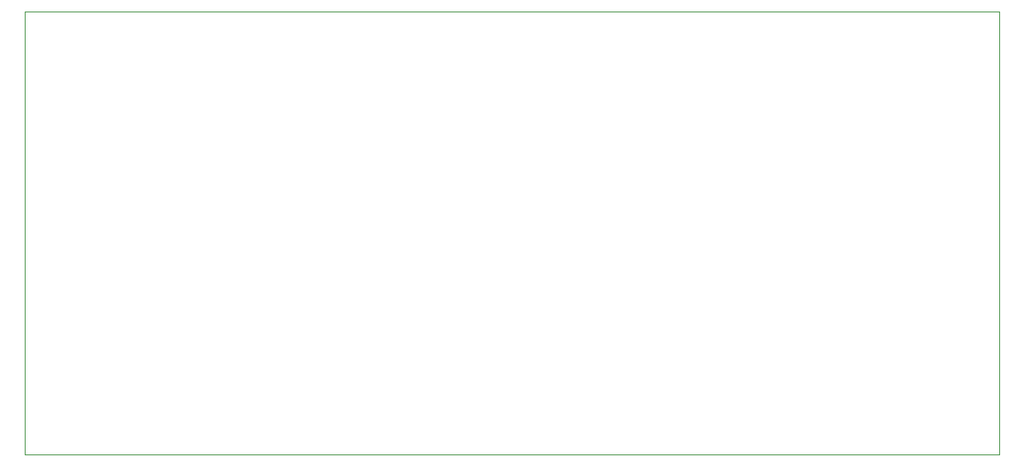
<source format=gbr>
%TF.GenerationSoftware,KiCad,Pcbnew,8.0.1*%
%TF.CreationDate,2024-03-22T20:00:45-04:00*%
%TF.ProjectId,PowerBoost_PCB,506f7765-7242-46f6-9f73-745f5043422e,rev?*%
%TF.SameCoordinates,Original*%
%TF.FileFunction,Profile,NP*%
%FSLAX46Y46*%
G04 Gerber Fmt 4.6, Leading zero omitted, Abs format (unit mm)*
G04 Created by KiCad (PCBNEW 8.0.1) date 2024-03-22 20:00:45*
%MOMM*%
%LPD*%
G01*
G04 APERTURE LIST*
%TA.AperFunction,Profile*%
%ADD10C,0.100000*%
%TD*%
G04 APERTURE END LIST*
D10*
X24560000Y-22000000D02*
X124560000Y-22000000D01*
X124560000Y-67500000D01*
X24560000Y-67500000D01*
X24560000Y-22000000D01*
M02*

</source>
